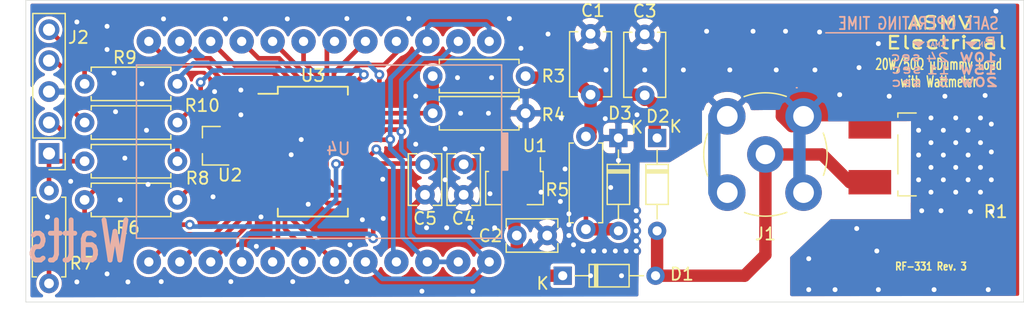
<source format=kicad_pcb>
(kicad_pcb (version 20171130) (host pcbnew "(5.1.6-0-10_14)")
  (layers (0 F.Cu signal) (31 B.Cu signal) (34 B.Paste user) (35 F.Paste user) (36 B.SilkS user) (37 F.SilkS user) (38 B.Mask user) (39 F.Mask user) (44 Edge.Cuts user))
  (net 0 "")
  (net 1 GND)
  (net 2 "Net-(C1-Pad1)")
  (net 3 VDD)
  (net 4 "Net-(D1-Pad2)")
  (net 5 /ICSPCLK)
  (net 6 /ICSPDAT)
  (net 7 /~MCLR)
  (net 8 /Vref+)
  (net 9 "Net-(R9-Pad2)")
  (net 10 /LCD_COM)
  (net 11 /LCD_DP2)
  (net 12 /LCD1_ADEG)
  (net 13 /LCD1_B)
  (net 14 /LCD1_C)
  (net 15 /LCD2_G)
  (net 16 /LCD2_F)
  (net 17 /LCD2_A)
  (net 18 /LCD2_C)
  (net 19 /LCD2_D)
  (net 20 /LCD2_E)
  (net 21 /LCD2_B)
  (net 22 /LCD3_E)
  (net 23 /LCD3_D)
  (net 24 /LCD3_C)
  (net 25 /LCD3_G)
  (net 26 /LCD3_F)
  (net 27 /LCD3_A)
  (net 28 /LCD3_B)
  (net 29 "Net-(C2-Pad1)")
  (net 30 /Vdiode)
  (net 31 "Net-(R8-Pad1)")
  (net 32 "Net-(R10-Pad2)")
  (net 33 /Vdivider)
  (module Resistor_THT:R_Axial_DIN0207_L6.3mm_D2.5mm_P7.62mm_Horizontal (layer F.Cu) (at 120.396 95.123)
    (fp_text reference R10 (at 9.652 -1.397) (layer F.SilkS))
    (fp_text value 75)
    (pad 2 thru_hole oval (at 7.62 0) (size 1.6 1.6) (drill 0.8) (layers *.Cu *.Mask) (net 32 "Net-(R10-Pad2)"))
    (pad 1 thru_hole circle (at 0 0) (size 1.6 1.6) (drill 0.8) (layers *.Cu *.Mask) (net 6 /ICSPDAT))
  )
  (module Resistor_THT:R_Axial_DIN0207_L6.3mm_D2.5mm_P7.62mm_Horizontal (layer F.Cu) (at 120.396 91.948)
    (fp_text reference R9 (at 3.302 -2.159) (layer F.SilkS))
    (fp_text value 75)
    (pad 2 thru_hole oval (at 7.62 0) (size 1.6 1.6) (drill 0.8) (layers *.Cu *.Mask) (net 9 "Net-(R9-Pad2)"))
    (pad 1 thru_hole circle (at 0 0) (size 1.6 1.6) (drill 0.8) (layers *.Cu *.Mask) (net 5 /ICSPCLK))
  )
  (module Resistor_THT:R_Axial_DIN0207_L6.3mm_D2.5mm_P7.62mm_Horizontal (layer F.Cu) (at 128.016 98.298 180)
    (fp_text reference R8 (at -1.651 -1.397) (layer F.SilkS))
    (fp_text value 75)
    (pad 2 thru_hole oval (at 7.62 0 180) (size 1.6 1.6) (drill 0.8) (layers *.Cu *.Mask) (net 7 /~MCLR))
    (pad 1 thru_hole circle (at 0 0 180) (size 1.6 1.6) (drill 0.8) (layers *.Cu *.Mask) (net 31 "Net-(R8-Pad1)"))
  )
  (module Resistor_THT:R_Axial_DIN0207_L6.3mm_D2.5mm_P7.62mm_Horizontal (layer F.Cu) (at 117.475 108.331 90)
    (fp_text reference R7 (at 1.651 2.667 180) (layer F.SilkS))
    (fp_text value 100k)
    (pad 2 thru_hole oval (at 7.62 0 90) (size 1.6 1.6) (drill 0.8) (layers *.Cu *.Mask) (net 7 /~MCLR))
    (pad 1 thru_hole circle (at 0 0 90) (size 1.6 1.6) (drill 0.8) (layers *.Cu *.Mask) (net 3 VDD))
  )
  (module Resistor_THT:R_Axial_DIN0207_L6.3mm_D2.5mm_P7.62mm_Horizontal (layer F.Cu) (at 128.016 101.473 180)
    (fp_text reference R6 (at 4.064 -2.286) (layer F.SilkS))
    (fp_text value 2.4k)
    (pad 2 thru_hole oval (at 7.62 0 180) (size 1.6 1.6) (drill 0.8) (layers *.Cu *.Mask) (net 3 VDD))
    (pad 1 thru_hole circle (at 0 0 180) (size 1.6 1.6) (drill 0.8) (layers *.Cu *.Mask) (net 8 /Vref+))
  )
  (module Capacitor_THT:C_Rect_L4.0mm_W2.5mm_P2.50mm (layer F.Cu) (at 151.511 98.552 270)
    (fp_text reference C4 (at 4.445 0 180) (layer F.SilkS))
    (fp_text value 1u)
    (pad 2 thru_hole circle (at 2.5 0 270) (size 1.6 1.6) (drill 0.8) (layers *.Cu *.Mask) (net 1 GND))
    (pad 1 thru_hole circle (at 0 0 270) (size 1.6 1.6) (drill 0.8) (layers *.Cu *.Mask) (net 3 VDD))
  )
  (module Capacitor_THT:C_Rect_L4.0mm_W2.5mm_P2.50mm (layer F.Cu) (at 148.336 98.552 270)
    (fp_text reference C5 (at 4.445 0 180) (layer F.SilkS))
    (fp_text value 10n)
    (pad 2 thru_hole circle (at 2.5 0 270) (size 1.6 1.6) (drill 0.8) (layers *.Cu *.Mask) (net 1 GND))
    (pad 1 thru_hole circle (at 0 0 270) (size 1.6 1.6) (drill 0.8) (layers *.Cu *.Mask) (net 3 VDD))
  )
  (module Resistor_THT:R_Axial_DIN0207_L6.3mm_D2.5mm_P7.62mm_Horizontal (layer F.Cu) (at 161.544 96.266 270)
    (fp_text reference R5 (at 4.3815 2.3495 180) (layer F.SilkS))
    (fp_text value 100k)
    (pad 2 thru_hole oval (at 7.62 0 270) (size 1.6 1.6) (drill 0.8) (layers *.Cu *.Mask) (net 30 /Vdiode))
    (pad 1 thru_hole circle (at 0 0 270) (size 1.6 1.6) (drill 0.8) (layers *.Cu *.Mask) (net 2 "Net-(C1-Pad1)"))
  )
  (module Resistor_THT:R_Axial_DIN0207_L6.3mm_D2.5mm_P7.62mm_Horizontal (layer F.Cu) (at 148.971 94.361)
    (fp_text reference R4 (at 9.906 0.127) (layer F.SilkS))
    (fp_text value "10k 0.1%")
    (pad 2 thru_hole oval (at 7.62 0) (size 1.6 1.6) (drill 0.8) (layers *.Cu *.Mask) (net 1 GND))
    (pad 1 thru_hole circle (at 0 0) (size 1.6 1.6) (drill 0.8) (layers *.Cu *.Mask) (net 33 /Vdivider))
  )
  (module Resistor_THT:R_Axial_DIN0207_L6.3mm_D2.5mm_P7.62mm_Horizontal (layer F.Cu) (at 148.971 91.313)
    (fp_text reference R3 (at 9.906 0) (layer F.SilkS))
    (fp_text value "100k 0.1%")
    (pad 2 thru_hole oval (at 7.62 0) (size 1.6 1.6) (drill 0.8) (layers *.Cu *.Mask) (net 2 "Net-(C1-Pad1)"))
    (pad 1 thru_hole circle (at 0 0) (size 1.6 1.6) (drill 0.8) (layers *.Cu *.Mask) (net 33 /Vdivider))
  )
  (module Diode_THT:D_DO-34_SOD68_P7.62mm_Horizontal (layer F.Cu) (at 159.639 107.696)
    (fp_text reference D1 (at 9.779 -0.127) (layer F.SilkS))
    (fp_text value BAT46)
    (fp_text user K (at -1.651 0.635) (layer F.SilkS))
    (pad 2 thru_hole oval (at 7.62 0) (size 1.5 1.5) (drill 0.75) (layers *.Cu *.Mask) (net 4 "Net-(D1-Pad2)"))
    (pad 1 thru_hole rect (at 0 0) (size 1.5 1.5) (drill 0.75) (layers *.Cu *.Mask) (net 29 "Net-(C2-Pad1)"))
  )
  (module Package_TO_SOT_SMD:TO-252-2_TabPin1 (layer F.Cu) (at 189.4235 97.7405)
    (fp_text reference R1 (at 5.746 4.699) (layer F.SilkS))
    (fp_text value "50 1% 45W")
    (pad 1 smd rect (at 2.825 0) (size 7 7) (layers F.Cu F.Mask) (net 1 GND))
    (pad 2 smd rect (at -4.575 2.28) (size 3.5 2) (layers F.Cu F.Paste F.Mask) (net 4 "Net-(D1-Pad2)"))
    (pad 1 smd rect (at -4.575 -2.3) (size 3.5 2) (layers F.Cu F.Paste F.Mask) (net 1 GND))
  )
  (module Capacitor_THT:C_Rect_L4.0mm_W2.5mm_P2.50mm (layer F.Cu) (at 155.869 104.394)
    (fp_text reference C2 (at -2.159 0.0245) (layer F.SilkS))
    (fp_text value "1u 100V")
    (pad 2 thru_hole circle (at 2.5 0) (size 1.6 1.6) (drill 0.8) (layers *.Cu *.Mask) (net 1 GND))
    (pad 1 thru_hole circle (at 0 0) (size 1.6 1.6) (drill 0.8) (layers *.Cu *.Mask) (net 29 "Net-(C2-Pad1)"))
  )
  (module Diode_THT:D_DO-34_SOD68_P7.62mm_Horizontal (layer F.Cu) (at 164.211 96.393 270)
    (fp_text reference D3 (at -2.032 -0.127 180) (layer F.SilkS))
    (fp_text value BAT46)
    (fp_text user K (at -0.889 -1.524 180) (layer F.SilkS))
    (pad 2 thru_hole oval (at 7.62 0 270) (size 1.5 1.5) (drill 0.75) (layers *.Cu *.Mask) (net 30 /Vdiode))
    (pad 1 thru_hole rect (at 0 0 270) (size 1.5 1.5) (drill 0.75) (layers *.Cu *.Mask) (net 1 GND))
  )
  (module WH_Display_Character:LCD-S301C31TF (layer B.Cu) (at 153.607762 97.5115 180)
    (fp_text reference U4 (at 12.383762 0.2295) (layer B.SilkS) (effects (justify mirror)))
    (fp_text value LCD-S301C31TF)
    (pad 13 thru_hole circle (at 27.94 9.05 180) (size 2 2) (drill 0.762) (layers *.Cu *.Mask) (net 28 /LCD3_B))
    (pad 14 thru_hole circle (at 25.4 9.05 180) (size 2 2) (drill 0.762) (layers *.Cu *.Mask) (net 27 /LCD3_A))
    (pad 15 thru_hole circle (at 22.86 9.05 180) (size 2 2) (drill 0.762) (layers *.Cu *.Mask) (net 26 /LCD3_F))
    (pad 16 thru_hole circle (at 20.32 9.05 180) (size 2 2) (drill 0.762) (layers *.Cu *.Mask) (net 25 /LCD3_G))
    (pad 17 thru_hole circle (at 17.78 9.05 180) (size 2 2) (drill 0.762) (layers *.Cu *.Mask) (net 21 /LCD2_B))
    (pad 18 thru_hole circle (at 15.24 9.05 180) (size 2 2) (drill 0.762) (layers *.Cu *.Mask) (net 17 /LCD2_A))
    (pad 19 thru_hole circle (at 12.7 9.05 180) (size 2 2) (drill 0.762) (layers *.Cu *.Mask) (net 16 /LCD2_F))
    (pad 20 thru_hole circle (at 10.16 9.05 180) (size 2 2) (drill 0.762) (layers *.Cu *.Mask) (net 15 /LCD2_G))
    (pad 21 thru_hole circle (at 7.62 9.05 180) (size 2 2) (drill 0.762) (layers *.Cu *.Mask) (net 13 /LCD1_B))
    (pad 22 thru_hole circle (at 5.08 9.05 180) (size 2 2) (drill 0.762) (layers *.Cu *.Mask) (net 12 /LCD1_ADEG))
    (pad 23 thru_hole circle (at 2.54 9.05 180) (size 2 2) (drill 0.762) (layers *.Cu *.Mask) (net 10 /LCD_COM))
    (pad 24 thru_hole circle (at 0 9.05 180) (size 2 2) (drill 0.762) (layers *.Cu *.Mask) (net 12 /LCD1_ADEG))
    (pad 1 thru_hole circle (at 0 -9.05 180) (size 2 2) (drill 0.762) (layers *.Cu *.Mask) (net 10 /LCD_COM))
    (pad 2 thru_hole circle (at 2.54 -9.05 180) (size 2 2) (drill 0.762) (layers *.Cu *.Mask) (net 12 /LCD1_ADEG))
    (pad 3 thru_hole circle (at 5.08 -9.05 180) (size 2 2) (drill 0.762) (layers *.Cu *.Mask) (net 12 /LCD1_ADEG))
    (pad 4 thru_hole circle (at 7.62 -9.05 180) (size 2 2) (drill 0.762) (layers *.Cu *.Mask) (net 14 /LCD1_C))
    (pad 5 thru_hole circle (at 10.16 -9.05 180) (size 2 2) (drill 0.762) (layers *.Cu *.Mask) (net 10 /LCD_COM))
    (pad 6 thru_hole circle (at 12.7 -9.05 180) (size 2 2) (drill 0.762) (layers *.Cu *.Mask) (net 20 /LCD2_E))
    (pad 7 thru_hole circle (at 15.24 -9.05 180) (size 2 2) (drill 0.762) (layers *.Cu *.Mask) (net 19 /LCD2_D))
    (pad 8 thru_hole circle (at 17.78 -9.05 180) (size 2 2) (drill 0.762) (layers *.Cu *.Mask) (net 18 /LCD2_C))
    (pad 9 thru_hole circle (at 20.32 -9.05 180) (size 2 2) (drill 0.762) (layers *.Cu *.Mask) (net 11 /LCD_DP2))
    (pad 10 thru_hole circle (at 22.86 -9.05 180) (size 2 2) (drill 0.762) (layers *.Cu *.Mask) (net 22 /LCD3_E))
    (pad 11 thru_hole circle (at 25.4 -9.05 180) (size 2 2) (drill 0.762) (layers *.Cu *.Mask) (net 23 /LCD3_D))
    (pad 12 thru_hole circle (at 27.94 -9.05 180) (size 2 2) (drill 0.762) (layers *.Cu *.Mask) (net 24 /LCD3_C))
  )
  (module WH_Connector_Coaxial:BNC_TEConnectivity_1478204_Vertical (layer F.Cu) (at 176.276 97.745 180)
    (fp_text reference J1 (at 0 -6.522) (layer F.SilkS))
    (fp_text value "50-Ohm BNC Male")
    (pad 2 thru_hole circle (at -3.13 -3.13 180) (size 3 3) (drill 1.7) (layers *.Cu *.Mask) (net 1 GND))
    (pad 1 thru_hole circle (at 0 0 180) (size 3 3) (drill 1.6) (layers *.Cu *.Mask) (net 4 "Net-(D1-Pad2)"))
    (pad 2 thru_hole circle (at 3.13 -3.13 180) (size 3 3) (drill 1.7) (layers *.Cu *.Mask) (net 1 GND))
    (pad 2 thru_hole circle (at -3.13 3.13 180) (size 3 3) (drill 1.7) (layers *.Cu *.Mask) (net 1 GND))
    (pad 2 thru_hole circle (at 3.13 3.13 180) (size 3 3) (drill 1.7) (layers *.Cu *.Mask) (net 1 GND))
  )
  (module Package_SO:SSOP-28_5.3x10.2mm_P0.65mm (layer F.Cu) (at 139.129762 97.5115)
    (fp_text reference U3 (at 0 -6.25) (layer F.SilkS))
    (fp_text value PIC18F24Q10-xSP)
    (pad 28 smd rect (at 3.6 -4.225) (size 1.75 0.45) (layers F.Cu F.Paste F.Mask) (net 32 "Net-(R10-Pad2)"))
    (pad 27 smd rect (at 3.6 -3.575) (size 1.75 0.45) (layers F.Cu F.Paste F.Mask) (net 9 "Net-(R9-Pad2)"))
    (pad 26 smd rect (at 3.6 -2.925) (size 1.75 0.45) (layers F.Cu F.Paste F.Mask) (net 33 /Vdivider))
    (pad 25 smd rect (at 3.6 -2.275) (size 1.75 0.45) (layers F.Cu F.Paste F.Mask) (net 30 /Vdiode))
    (pad 24 smd rect (at 3.6 -1.625) (size 1.75 0.45) (layers F.Cu F.Paste F.Mask) (net 10 /LCD_COM))
    (pad 23 smd rect (at 3.6 -0.975) (size 1.75 0.45) (layers F.Cu F.Paste F.Mask) (net 12 /LCD1_ADEG))
    (pad 22 smd rect (at 3.6 -0.325) (size 1.75 0.45) (layers F.Cu F.Paste F.Mask) (net 13 /LCD1_B))
    (pad 21 smd rect (at 3.6 0.325) (size 1.75 0.45) (layers F.Cu F.Paste F.Mask) (net 14 /LCD1_C))
    (pad 20 smd rect (at 3.6 0.975) (size 1.75 0.45) (layers F.Cu F.Paste F.Mask) (net 3 VDD))
    (pad 19 smd rect (at 3.6 1.625) (size 1.75 0.45) (layers F.Cu F.Paste F.Mask) (net 1 GND))
    (pad 18 smd rect (at 3.6 2.275) (size 1.75 0.45) (layers F.Cu F.Paste F.Mask) (net 11 /LCD_DP2))
    (pad 17 smd rect (at 3.6 2.925) (size 1.75 0.45) (layers F.Cu F.Paste F.Mask) (net 15 /LCD2_G))
    (pad 16 smd rect (at 3.6 3.575) (size 1.75 0.45) (layers F.Cu F.Paste F.Mask) (net 16 /LCD2_F))
    (pad 15 smd rect (at 3.6 4.225) (size 1.75 0.45) (layers F.Cu F.Paste F.Mask) (net 17 /LCD2_A))
    (pad 14 smd rect (at -3.6 4.225) (size 1.75 0.45) (layers F.Cu F.Paste F.Mask) (net 18 /LCD2_C))
    (pad 13 smd rect (at -3.6 3.575) (size 1.75 0.45) (layers F.Cu F.Paste F.Mask) (net 19 /LCD2_D))
    (pad 12 smd rect (at -3.6 2.925) (size 1.75 0.45) (layers F.Cu F.Paste F.Mask) (net 20 /LCD2_E))
    (pad 11 smd rect (at -3.6 2.275) (size 1.75 0.45) (layers F.Cu F.Paste F.Mask) (net 21 /LCD2_B))
    (pad 10 smd rect (at -3.6 1.625) (size 1.75 0.45) (layers F.Cu F.Paste F.Mask) (net 22 /LCD3_E))
    (pad 9 smd rect (at -3.6 0.975) (size 1.75 0.45) (layers F.Cu F.Paste F.Mask) (net 23 /LCD3_D))
    (pad 8 smd rect (at -3.6 0.325) (size 1.75 0.45) (layers F.Cu F.Paste F.Mask) (net 1 GND))
    (pad 7 smd rect (at -3.6 -0.325) (size 1.75 0.45) (layers F.Cu F.Paste F.Mask) (net 24 /LCD3_C))
    (pad 6 smd rect (at -3.6 -0.975) (size 1.75 0.45) (layers F.Cu F.Paste F.Mask) (net 25 /LCD3_G))
    (pad 5 smd rect (at -3.6 -1.625) (size 1.75 0.45) (layers F.Cu F.Paste F.Mask) (net 8 /Vref+))
    (pad 4 smd rect (at -3.6 -2.275) (size 1.75 0.45) (layers F.Cu F.Paste F.Mask) (net 26 /LCD3_F))
    (pad 3 smd rect (at -3.6 -2.925) (size 1.75 0.45) (layers F.Cu F.Paste F.Mask) (net 27 /LCD3_A))
    (pad 2 smd rect (at -3.6 -3.575) (size 1.75 0.45) (layers F.Cu F.Paste F.Mask) (net 28 /LCD3_B))
    (pad 1 smd rect (at -3.6 -4.225) (size 1.75 0.45) (layers F.Cu F.Paste F.Mask) (net 31 "Net-(R8-Pad1)"))
  )
  (module Package_TO_SOT_SMD:SOT-23 (layer F.Cu) (at 130.826 97.028 180)
    (fp_text reference U2 (at -1.508 -2.413) (layer F.SilkS))
    (fp_text value LM4040AIM3-4.1)
    (pad 3 smd rect (at 1 0 180) (size 0.9 0.8) (layers F.Cu F.Paste F.Mask))
    (pad 2 smd rect (at -1 0.95 180) (size 0.9 0.8) (layers F.Cu F.Paste F.Mask) (net 1 GND))
    (pad 1 smd rect (at -1 -0.95 180) (size 0.9 0.8) (layers F.Cu F.Paste F.Mask) (net 8 /Vref+))
  )
  (module Package_TO_SOT_SMD:SOT-89-3 (layer F.Cu) (at 155.678 100.202 270)
    (fp_text reference U1 (at -3.174 -1.675 180) (layer F.SilkS))
    (fp_text value ZXTR2005Z)
    (pad 2 smd custom (at -1.5625 0 270) (size 1.475 0.9) (layers F.Cu F.Paste F.Mask) (net 29 "Net-(C2-Pad1)") (options (clearance outline) (anchor rect)) (primitives (gr_poly (pts (xy 0.7375 -0.8665) (xy 3.8625 -0.8665) (xy 3.8625 0.8665) (xy 0.7375 0.8665)) (width 0))))
    (pad 3 smd rect (at -1.65 1.5 270) (size 1.3 0.9) (layers F.Cu F.Paste F.Mask) (net 3 VDD))
    (pad 1 smd rect (at -1.65 -1.5 270) (size 1.3 0.9) (layers F.Cu F.Paste F.Mask) (net 1 GND))
  )
  (module Connector_PinHeader_2.54mm:PinHeader_1x05_P2.54mm_Vertical (layer F.Cu) (at 117.475 97.663 180)
    (fp_text reference J2 (at -2.413 9.525) (layer F.SilkS))
    (fp_text value Conn_01x05_Male)
    (pad 5 thru_hole oval (at 0 10.16 180) (size 1.7 1.7) (drill 1) (layers *.Cu *.Mask) (net 5 /ICSPCLK))
    (pad 4 thru_hole oval (at 0 7.62 180) (size 1.7 1.7) (drill 1) (layers *.Cu *.Mask) (net 6 /ICSPDAT))
    (pad 3 thru_hole oval (at 0 5.08 180) (size 1.7 1.7) (drill 1) (layers *.Cu *.Mask) (net 1 GND))
    (pad 2 thru_hole oval (at 0 2.54 180) (size 1.7 1.7) (drill 1) (layers *.Cu *.Mask) (net 3 VDD))
    (pad 1 thru_hole rect (at 0 0 180) (size 1.7 1.7) (drill 1) (layers *.Cu *.Mask) (net 7 /~MCLR))
  )
  (module Diode_THT:D_DO-34_SOD68_P7.62mm_Horizontal (layer F.Cu) (at 167.386 96.393 270)
    (fp_text reference D2 (at -1.778 -0.0635 180) (layer F.SilkS))
    (fp_text value BAT46)
    (fp_text user K (at -0.9525 -1.524 180) (layer F.SilkS))
    (pad 2 thru_hole oval (at 7.62 0 270) (size 1.5 1.5) (drill 0.75) (layers *.Cu *.Mask) (net 4 "Net-(D1-Pad2)"))
    (pad 1 thru_hole rect (at 0 0 270) (size 1.5 1.5) (drill 0.75) (layers *.Cu *.Mask) (net 2 "Net-(C1-Pad1)"))
  )
  (module Capacitor_THT:C_Disc_D5.1mm_W3.2mm_P5.00mm (layer F.Cu) (at 166.37 92.884 90)
    (fp_text reference C3 (at 6.905 0 180) (layer F.SilkS))
    (fp_text value 5.6n)
    (pad 2 thru_hole circle (at 5 0 90) (size 1.6 1.6) (drill 0.8) (layers *.Cu *.Mask) (net 1 GND))
    (pad 1 thru_hole circle (at 0 0 90) (size 1.6 1.6) (drill 0.8) (layers *.Cu *.Mask) (net 2 "Net-(C1-Pad1)"))
  )
  (module Capacitor_THT:C_Disc_D5.1mm_W3.2mm_P5.00mm (layer F.Cu) (at 161.925 92.837 90)
    (fp_text reference C1 (at 6.905 0.189238 180) (layer F.SilkS))
    (fp_text value 5.6n)
    (pad 2 thru_hole circle (at 5 0 90) (size 1.6 1.6) (drill 0.8) (layers *.Cu *.Mask) (net 1 GND))
    (pad 1 thru_hole circle (at 0 0 90) (size 1.6 1.6) (drill 0.8) (layers *.Cu *.Mask) (net 2 "Net-(C1-Pad1)"))
  )
  (gr_line (start 178.816 92.2655) (end 178.8795 92.2655) (layer B.SilkS) (width 0.12))
  (gr_poly (pts (xy 189.2935 88.519) (xy 188.849 88.9) (xy 188.4045 88.519)) (layer B.SilkS) (width 0.1))
  (gr_text t (at 191.3255 88.519) (layer B.SilkS) (effects (font (size 0.7 1)) (justify left mirror)))
  (gr_text MAX (at 190.0555 88.7095) (layer B.SilkS) (effects (font (size 0.4 0.4) (thickness 0.075)) (justify mirror)))
  (gr_text sec (at 186.4995 91.821) (layer B.SilkS) (effects (font (size 0.7 1) (thickness 0.13)) (justify right mirror)))
  (gr_text sec (at 186.4995 90.7415) (layer B.SilkS) (effects (font (size 0.7 1) (thickness 0.13)) (justify right mirror)))
  (gr_text sec (at 186.436 89.7255) (layer B.SilkS) (effects (font (size 0.7 1) (thickness 0.13)) (justify right mirror)))
  (gr_poly (pts (xy 193.6115 88.519) (xy 193.167 88.9) (xy 192.7225 88.519)) (layer B.SilkS) (width 0.1))
  (gr_text 5 (at 190.3095 91.821) (layer B.SilkS) (effects (font (size 0.7 1) (thickness 0.13)) (justify right mirror)))
  (gr_text 11 (at 189.4205 90.805) (layer B.SilkS) (effects (font (size 0.7 1) (thickness 0.13)) (justify right mirror)))
  (gr_text 24 (at 189.357 89.789) (layer B.SilkS) (effects (font (size 0.7 1) (thickness 0.13)) (justify right mirror)))
  (gr_text 20W (at 193.802 91.821) (layer B.SilkS) (effects (font (size 0.7 1) (thickness 0.175)) (justify mirror)))
  (gr_text P (at 195.326 88.519) (layer B.SilkS) (effects (font (size 0.7 1)) (justify left mirror)))
  (gr_text IN (at 194.056 88.7095) (layer B.SilkS) (effects (font (size 0.4 0.4) (thickness 0.075)) (justify mirror)))
  (gr_text 15W (at 193.7385 90.805) (layer B.SilkS) (effects (font (size 0.7 1) (thickness 0.175)) (justify mirror)))
  (gr_text 10W (at 193.7385 89.789) (layer B.SilkS) (effects (font (size 0.7 1) (thickness 0.175)) (justify mirror)))
  (gr_line (start 195.58 87.757) (end 181.229 87.757) (layer B.SilkS) (width 0.12))
  (gr_text "SAFE OPERATING TIME" (at 195.5165 86.995) (layer B.SilkS) (effects (font (size 1 0.8)) (justify left mirror)))
  (gr_text Watts (at 119.888 104.902) (layer B.SilkS) (effects (font (size 3.3 2.1) (thickness 0.4)) (justify mirror)))
  (gr_line (start 197.485 109.855) (end 115.57 109.855) (layer Edge.Cuts) (width 0.05))
  (gr_line (start 197.485 109.22) (end 197.485 109.855) (layer Edge.Cuts) (width 0.05))
  (gr_line (start 197.485 85.09) (end 197.485 109.22) (layer Edge.Cuts) (width 0.05))
  (gr_line (start 115.57 85.09) (end 197.485 85.09) (layer Edge.Cuts) (width 0.05))
  (gr_line (start 115.57 109.855) (end 115.57 85.09) (layer Edge.Cuts) (width 0.05))
  (gr_text "RF-331 Rev. 3" (at 189.865 106.934) (layer F.SilkS) (effects (font (size 0.635 0.508) (thickness 0.127))))
  (gr_text "ASMV \nElectrical" (at 191.135 87.757) (layer F.SilkS) (effects (font (size 1.016 1.397) (thickness 0.1905))))
  (gr_text "20W/50Ω µDummy Load\nwith Wattmeter" (at 190.5 91.059) (layer F.SilkS) (effects (font (size 0.889 0.5588) (thickness 0.127))))
  (via (at 144.866111 99.777409) (size 0.8) (drill 0.4) (layers F.Cu B.Cu) (net 1))
  (segment (start 144.225202 99.1365) (end 144.866111 99.777409) (width 0.381) (layer F.Cu) (net 1))
  (segment (start 142.729762 99.1365) (end 144.225202 99.1365) (width 0.381) (layer F.Cu) (net 1))
  (segment (start 144.866111 100.199849) (end 146.114762 101.4485) (width 0.381) (layer F.Cu) (net 1))
  (segment (start 144.866111 99.777409) (end 144.866111 100.199849) (width 0.381) (layer F.Cu) (net 1))
  (via (at 137.351762 97.7655) (size 0.8) (drill 0.4) (layers F.Cu B.Cu) (net 1))
  (segment (start 137.280762 97.8365) (end 137.351762 97.7655) (width 0.381) (layer F.Cu) (net 1))
  (segment (start 135.529762 97.8365) (end 137.280762 97.8365) (width 0.381) (layer F.Cu) (net 1))
  (via (at 158.433762 87.8595) (size 0.8) (drill 0.4) (layers F.Cu B.Cu) (net 1))
  (via (at 122.238762 107.5445) (size 0.8) (drill 0.4) (layers F.Cu B.Cu) (net 1))
  (via (at 122.238762 87.2245) (size 0.8) (drill 0.4) (layers F.Cu B.Cu) (net 1))
  (via (at 122.238762 89.1295) (size 0.8) (drill 0.4) (layers F.Cu B.Cu) (net 1))
  (via (at 126.873 86.614) (size 0.8) (drill 0.4) (layers F.Cu B.Cu) (net 1))
  (via (at 131.953 86.614) (size 0.8) (drill 0.4) (layers F.Cu B.Cu) (net 1))
  (via (at 137.033 86.614) (size 0.8) (drill 0.4) (layers F.Cu B.Cu) (net 1))
  (via (at 141.923762 86.5895) (size 0.8) (drill 0.4) (layers F.Cu B.Cu) (net 1))
  (via (at 147.003762 86.5895) (size 0.8) (drill 0.4) (layers F.Cu B.Cu) (net 1))
  (via (at 155.258762 86.5895) (size 0.8) (drill 0.4) (layers F.Cu B.Cu) (net 1))
  (via (at 141.923762 108.1795) (size 0.8) (drill 0.4) (layers F.Cu B.Cu) (net 1))
  (via (at 137.478762 108.1795) (size 0.8) (drill 0.4) (layers F.Cu B.Cu) (net 1))
  (via (at 132.398762 108.1795) (size 0.8) (drill 0.4) (layers F.Cu B.Cu) (net 1))
  (via (at 126.683762 108.1795) (size 0.8) (drill 0.4) (layers F.Cu B.Cu) (net 1))
  (via (at 138.748762 101.8295) (size 0.8) (drill 0.4) (layers F.Cu B.Cu) (net 1))
  (via (at 143.193762 103.0995) (size 0.8) (drill 0.4) (layers F.Cu B.Cu) (net 1))
  (via (at 134.874 102.87) (size 0.8) (drill 0.4) (layers F.Cu B.Cu) (net 1))
  (via (at 123.952 108.204) (size 0.8) (drill 0.4) (layers F.Cu B.Cu) (net 1))
  (via (at 152.273 108.966) (size 0.8) (drill 0.4) (layers F.Cu B.Cu) (net 1))
  (via (at 138.176 96.52) (size 0.8) (drill 0.4) (layers F.Cu B.Cu) (net 1))
  (via (at 144.907 102.997) (size 0.8) (drill 0.4) (layers F.Cu B.Cu) (net 1))
  (via (at 134.493 105.283) (size 0.8) (drill 0.4) (layers F.Cu B.Cu) (net 1))
  (via (at 142.1765 105.156) (size 0.8) (drill 0.4) (layers F.Cu B.Cu) (net 1))
  (via (at 156.21 89.027) (size 0.8) (drill 0.4) (layers F.Cu B.Cu) (net 1))
  (via (at 148.082 108.966) (size 0.8) (drill 0.4) (layers F.Cu B.Cu) (net 1))
  (segment (start 158.7255 87.8595) (end 158.433762 87.8595) (width 2.032) (layer F.Cu) (net 1))
  (via (at 151.257 94.361) (size 0.8) (drill 0.4) (layers F.Cu B.Cu) (net 1))
  (via (at 153.543 94.361) (size 0.8) (drill 0.4) (layers F.Cu B.Cu) (net 1))
  (via (at 151.003 91.44) (size 0.8) (drill 0.4) (layers F.Cu B.Cu) (net 1))
  (via (at 153.797 91.44) (size 0.8) (drill 0.4) (layers F.Cu B.Cu) (net 1))
  (via (at 147.574 92.964) (size 0.8) (drill 0.4) (layers F.Cu B.Cu) (net 1))
  (via (at 148.463 103.759) (size 0.8) (drill 0.4) (layers F.Cu B.Cu) (net 1))
  (via (at 150.114 103.759) (size 0.8) (drill 0.4) (layers F.Cu B.Cu) (net 1))
  (via (at 152.019 103.759) (size 0.8) (drill 0.4) (layers F.Cu B.Cu) (net 1))
  (via (at 149.987 99.822) (size 0.8) (drill 0.4) (layers F.Cu B.Cu) (net 1))
  (via (at 147.574 96.901) (size 0.8) (drill 0.4) (layers F.Cu B.Cu) (net 1))
  (via (at 149.987 97.282) (size 0.8) (drill 0.4) (layers F.Cu B.Cu) (net 1))
  (via (at 153.035 97.282) (size 0.8) (drill 0.4) (layers F.Cu B.Cu) (net 1))
  (via (at 157.861 100.838) (size 0.8) (drill 0.4) (layers F.Cu B.Cu) (net 1))
  (via (at 154.051 103.759) (size 0.8) (drill 0.4) (layers F.Cu B.Cu) (net 1))
  (via (at 165.6715 104.8385) (size 0.8) (drill 0.4) (layers F.Cu B.Cu) (net 1))
  (via (at 164.211 98.2345) (size 0.8) (drill 0.4) (layers F.Cu B.Cu) (net 1))
  (via (at 163.195 90.805) (size 0.8) (drill 0.4) (layers F.Cu B.Cu) (net 1))
  (via (at 166.37 90.805) (size 0.8) (drill 0.4) (layers F.Cu B.Cu) (net 1))
  (via (at 185.42 105.664) (size 0.8) (drill 0.4) (layers F.Cu B.Cu) (net 1))
  (via (at 190.119 108.839) (size 0.8) (drill 0.4) (layers F.Cu B.Cu) (net 1))
  (via (at 171.45 87.63) (size 0.8) (drill 0.4) (layers F.Cu B.Cu) (net 1))
  (via (at 175.26 87.63) (size 0.8) (drill 0.4) (layers F.Cu B.Cu) (net 1))
  (via (at 177.927 87.63) (size 0.8) (drill 0.4) (layers F.Cu B.Cu) (net 1))
  (via (at 182.372 92.837) (size 0.8) (drill 0.4) (layers F.Cu B.Cu) (net 1))
  (via (at 190.6905 102.362) (size 0.8) (drill 0.4) (layers F.Cu B.Cu) (net 1))
  (via (at 180.34 90.805) (size 0.8) (drill 0.4) (layers F.Cu B.Cu) (net 1))
  (via (at 195.199 85.979) (size 0.8) (drill 0.4) (layers F.Cu B.Cu) (net 1))
  (via (at 194.564 108.839) (size 0.8) (drill 0.4) (layers F.Cu B.Cu) (net 1))
  (via (at 194.818 102.4255) (size 0.8) (drill 0.4) (layers F.Cu B.Cu) (net 1))
  (via (at 153.67 100.965) (size 0.8) (drill 0.4) (layers F.Cu B.Cu) (net 1))
  (via (at 180.721 87.6935) (size 0.8) (drill 0.4) (layers F.Cu B.Cu) (net 1))
  (via (at 163.1315 94.8055) (size 0.8) (drill 0.4) (layers F.Cu B.Cu) (net 1))
  (via (at 133.223 92.456) (size 0.8) (drill 0.4) (layers F.Cu B.Cu) (net 1))
  (via (at 131.064 92.583) (size 0.8) (drill 0.4) (layers F.Cu B.Cu) (net 1))
  (via (at 133.223 94.488) (size 0.8) (drill 0.4) (layers F.Cu B.Cu) (net 1))
  (via (at 117.348 102.87) (size 0.8) (drill 0.4) (layers F.Cu B.Cu) (net 1))
  (via (at 123.317 101.473) (size 0.8) (drill 0.4) (layers F.Cu B.Cu) (net 1))
  (via (at 125.603 100.203) (size 0.8) (drill 0.4) (layers F.Cu B.Cu) (net 1))
  (via (at 123.698 98.044) (size 0.8) (drill 0.4) (layers F.Cu B.Cu) (net 1))
  (via (at 125.476 95.758) (size 0.8) (drill 0.4) (layers F.Cu B.Cu) (net 1))
  (via (at 122.936 94.234) (size 0.8) (drill 0.4) (layers F.Cu B.Cu) (net 1))
  (via (at 125.095 91.948) (size 0.8) (drill 0.4) (layers F.Cu B.Cu) (net 1))
  (via (at 122.809 91.059) (size 0.8) (drill 0.4) (layers F.Cu B.Cu) (net 1))
  (via (at 130.937 101.219) (size 0.8) (drill 0.4) (layers F.Cu B.Cu) (net 1))
  (via (at 119.253 99.949) (size 0.8) (drill 0.4) (layers F.Cu B.Cu) (net 1))
  (via (at 119.761 108.204) (size 0.8) (drill 0.4) (layers F.Cu B.Cu) (net 1))
  (via (at 119.761 86.868) (size 0.8) (drill 0.4) (layers F.Cu B.Cu) (net 1))
  (via (at 194.31 92.9005) (size 0.8) (drill 0.4) (layers F.Cu B.Cu) (net 1))
  (via (at 193.929 98.806) (size 0.8) (drill 0.4) (layers F.Cu B.Cu) (net 1))
  (via (at 192.913 97.79) (size 0.8) (drill 0.4) (layers F.Cu B.Cu) (net 1))
  (via (at 193.929 96.774) (size 0.8) (drill 0.4) (layers F.Cu B.Cu) (net 1))
  (via (at 193.929 94.742) (size 0.8) (drill 0.4) (layers F.Cu B.Cu) (net 1))
  (via (at 192.913 95.758) (size 0.8) (drill 0.4) (layers F.Cu B.Cu) (net 1))
  (via (at 191.897 96.774) (size 0.8) (drill 0.4) (layers F.Cu B.Cu) (net 1))
  (via (at 190.881 97.79) (size 0.8) (drill 0.4) (layers F.Cu B.Cu) (net 1))
  (via (at 191.897 98.806) (size 0.8) (drill 0.4) (layers F.Cu B.Cu) (net 1))
  (via (at 192.913 99.822) (size 0.8) (drill 0.4) (layers F.Cu B.Cu) (net 1))
  (via (at 193.929 100.838) (size 0.8) (drill 0.4) (layers F.Cu B.Cu) (net 1))
  (via (at 191.897 100.838) (size 0.8) (drill 0.4) (layers F.Cu B.Cu) (net 1))
  (via (at 190.881 99.822) (size 0.8) (drill 0.4) (layers F.Cu B.Cu) (net 1))
  (via (at 189.865 100.838) (size 0.8) (drill 0.4) (layers F.Cu B.Cu) (net 1))
  (via (at 189.865 98.806) (size 0.8) (drill 0.4) (layers F.Cu B.Cu) (net 1))
  (via (at 188.849 99.822) (size 0.8) (drill 0.4) (layers F.Cu B.Cu) (net 1))
  (via (at 188.849 97.79) (size 0.8) (drill 0.4) (layers F.Cu B.Cu) (net 1))
  (via (at 188.849 95.758) (size 0.8) (drill 0.4) (layers F.Cu B.Cu) (net 1))
  (via (at 189.865 96.774) (size 0.8) (drill 0.4) (layers F.Cu B.Cu) (net 1))
  (via (at 190.881 95.758) (size 0.8) (drill 0.4) (layers F.Cu B.Cu) (net 1))
  (via (at 191.897 94.742) (size 0.8) (drill 0.4) (layers F.Cu B.Cu) (net 1))
  (via (at 189.865 94.742) (size 0.8) (drill 0.4) (layers F.Cu B.Cu) (net 1))
  (via (at 183.9595 90.6145) (size 0.8) (drill 0.4) (layers F.Cu B.Cu) (net 1))
  (via (at 185.547 88.646) (size 0.8) (drill 0.4) (layers F.Cu B.Cu) (net 1))
  (via (at 186.436 92.964) (size 0.8) (drill 0.4) (layers F.Cu B.Cu) (net 1))
  (via (at 191.008 92.964) (size 0.8) (drill 0.4) (layers F.Cu B.Cu) (net 1))
  (via (at 189.103 102.362) (size 0.8) (drill 0.4) (layers F.Cu B.Cu) (net 1))
  (via (at 194.818 95.25) (size 0.8) (drill 0.4) (layers F.Cu B.Cu) (net 1))
  (via (at 194.818 97.536) (size 0.8) (drill 0.4) (layers F.Cu B.Cu) (net 1))
  (via (at 194.818 99.822) (size 0.8) (drill 0.4) (layers F.Cu B.Cu) (net 1))
  (via (at 193.1035 102.4255) (size 0.8) (drill 0.4) (layers F.Cu B.Cu) (net 1))
  (via (at 159.512 94.742) (size 0.8) (drill 0.4) (layers F.Cu B.Cu) (net 1))
  (via (at 165.6715 103.1875) (size 0.8) (drill 0.4) (layers F.Cu B.Cu) (net 1))
  (via (at 165.6715 105.664) (size 0.8) (drill 0.4) (layers F.Cu B.Cu) (net 1))
  (via (at 165.6715 102.362) (size 0.8) (drill 0.4) (layers F.Cu B.Cu) (net 1))
  (via (at 165.6715 104.013) (size 0.8) (drill 0.4) (layers F.Cu B.Cu) (net 1))
  (via (at 173.355 90.805) (size 0.8) (drill 0.4) (layers F.Cu B.Cu) (net 1))
  (via (at 177.165 90.805) (size 0.8) (drill 0.4) (layers F.Cu B.Cu) (net 1))
  (via (at 169.545 90.805) (size 0.8) (drill 0.4) (layers F.Cu B.Cu) (net 1))
  (segment (start 178.435 95.422) (end 177.628 94.615) (width 1.016) (layer F.Cu) (net 1))
  (via (at 164.846 105.664) (size 0.8) (drill 0.4) (layers F.Cu B.Cu) (net 1))
  (via (at 165.735 94.488) (size 0.8) (drill 0.4) (layers F.Cu B.Cu) (net 1))
  (via (at 163.957 105.664) (size 0.8) (drill 0.4) (layers F.Cu B.Cu) (net 1))
  (via (at 163.068 105.664) (size 0.8) (drill 0.4) (layers F.Cu B.Cu) (net 1))
  (via (at 162.179 105.664) (size 0.8) (drill 0.4) (layers F.Cu B.Cu) (net 1))
  (via (at 161.29 105.664) (size 0.8) (drill 0.4) (layers F.Cu B.Cu) (net 1))
  (via (at 160.147 104.394) (size 0.8) (drill 0.4) (layers F.Cu B.Cu) (net 1))
  (via (at 160.528 105.156) (size 0.8) (drill 0.4) (layers F.Cu B.Cu) (net 1))
  (via (at 159.8295 98.933) (size 0.8) (drill 0.4) (layers F.Cu B.Cu) (net 1))
  (via (at 159.4485 101.6) (size 0.8) (drill 0.4) (layers F.Cu B.Cu) (net 1))
  (via (at 163.576 100.457) (size 0.8) (drill 0.4) (layers F.Cu B.Cu) (net 1))
  (segment (start 179.07 100.875) (end 179.07 94.615) (width 1.016) (layer B.Cu) (net 1))
  (segment (start 172.085 100.875) (end 172.085 94.615) (width 1.016) (layer B.Cu) (net 1))
  (segment (start 182.846 92.744) (end 182.88 92.71) (width 1.016) (layer F.Cu) (net 1))
  (segment (start 177.628 91.268) (end 177.165 90.805) (width 1.016) (layer F.Cu) (net 1))
  (segment (start 177.628 94.615) (end 177.628 91.268) (width 1.016) (layer F.Cu) (net 1))
  (via (at 179.832 108.839) (size 0.8) (drill 0.4) (layers F.Cu B.Cu) (net 1))
  (via (at 179.832 106.299) (size 0.8) (drill 0.4) (layers F.Cu B.Cu) (net 1))
  (via (at 181.991 108.839) (size 0.8) (drill 0.4) (layers F.Cu B.Cu) (net 1))
  (via (at 185.547 108.839) (size 0.8) (drill 0.4) (layers F.Cu B.Cu) (net 1))
  (via (at 183.769 103.8225) (size 0.8) (drill 0.4) (layers F.Cu B.Cu) (net 1))
  (via (at 160.147 103.505) (size 0.8) (drill 0.4) (layers F.Cu B.Cu) (net 1))
  (via (at 160.147 102.616) (size 0.8) (drill 0.4) (layers F.Cu B.Cu) (net 1))
  (via (at 164.465 107.696) (size 0.8) (drill 0.4) (layers F.Cu B.Cu) (net 1))
  (via (at 161.925 107.696) (size 0.8) (drill 0.4) (layers F.Cu B.Cu) (net 1))
  (segment (start 184.8485 91.5035) (end 183.9595 90.6145) (width 1.016) (layer F.Cu) (net 1))
  (segment (start 184.8485 95.4405) (end 184.8485 91.5035) (width 1.016) (layer F.Cu) (net 1))
  (segment (start 170.688 91.948) (end 169.545 90.805) (width 0.254) (layer F.Cu) (net 1))
  (segment (start 170.688 92.747) (end 170.688 91.948) (width 0.254) (layer F.Cu) (net 1))
  (segment (start 173.146 94.615) (end 171.323 92.792) (width 0.254) (layer F.Cu) (net 1))
  (segment (start 171.323 92.583) (end 169.545 90.805) (width 0.254) (layer F.Cu) (net 1))
  (segment (start 171.323 92.792) (end 171.323 92.583) (width 0.254) (layer F.Cu) (net 1))
  (segment (start 166.323 93.218) (end 166.37 93.265) (width 1.016) (layer F.Cu) (net 2))
  (segment (start 167.132 93.646) (end 166.37 92.884) (width 1.016) (layer F.Cu) (net 2))
  (segment (start 167.1955 96.3295) (end 167.1955 93.5825) (width 1.016) (layer F.Cu) (net 2))
  (segment (start 166.323 92.837) (end 166.37 92.884) (width 1.016) (layer F.Cu) (net 2))
  (segment (start 161.925 92.837) (end 166.323 92.837) (width 1.016) (layer F.Cu) (net 2))
  (segment (start 161.925 96.266) (end 161.798 96.393) (width 1.016) (layer F.Cu) (net 2))
  (segment (start 160.528 91.44) (end 161.925 92.837) (width 1.016) (layer F.Cu) (net 2))
  (segment (start 156.591 91.44) (end 160.528 91.44) (width 1.016) (layer F.Cu) (net 2))
  (segment (start 161.925 95.885) (end 161.544 96.266) (width 1.016) (layer F.Cu) (net 2))
  (segment (start 161.925 92.837) (end 161.925 95.885) (width 1.016) (layer F.Cu) (net 2))
  (via (at 141.034762 98.5275) (size 0.8) (drill 0.4) (layers F.Cu B.Cu) (net 3))
  (segment (start 141.075762 98.4865) (end 141.034762 98.5275) (width 0.381) (layer F.Cu) (net 3))
  (segment (start 142.729762 98.4865) (end 141.075762 98.4865) (width 0.381) (layer F.Cu) (net 3))
  (segment (start 141.034762 98.5275) (end 141.034762 101.471738) (width 0.381) (layer B.Cu) (net 3))
  (segment (start 141.034762 101.471738) (end 138.845999 103.660501) (width 0.381) (layer B.Cu) (net 3))
  (segment (start 131.712794 103.645794) (end 131.727501 103.660501) (width 0.381) (layer B.Cu) (net 3))
  (segment (start 138.845999 103.660501) (end 131.727501 103.660501) (width 0.381) (layer B.Cu) (net 3))
  (segment (start 131.727501 103.660501) (end 130.522263 103.660501) (width 0.381) (layer B.Cu) (net 3))
  (segment (start 154.178 98.552) (end 151.511 98.552) (width 1.016) (layer F.Cu) (net 3))
  (segment (start 151.511 98.552) (end 148.336 98.552) (width 1.016) (layer F.Cu) (net 3))
  (segment (start 148.2705 98.4865) (end 148.336 98.552) (width 0.381) (layer F.Cu) (net 3))
  (segment (start 142.729762 98.4865) (end 148.2705 98.4865) (width 0.381) (layer F.Cu) (net 3))
  (via (at 129.032 103.505) (size 0.8) (drill 0.4) (layers F.Cu B.Cu) (net 3))
  (segment (start 129.187501 103.660501) (end 129.032 103.505) (width 0.381) (layer B.Cu) (net 3))
  (segment (start 130.522263 103.660501) (end 129.187501 103.660501) (width 0.381) (layer B.Cu) (net 3))
  (segment (start 129.032 103.505) (end 120.65 103.505) (width 0.381) (layer F.Cu) (net 3))
  (segment (start 120.396 103.251) (end 120.396 101.473) (width 0.381) (layer F.Cu) (net 3))
  (segment (start 120.65 103.505) (end 120.396 103.251) (width 0.381) (layer F.Cu) (net 3))
  (segment (start 120.396 101.473) (end 122.174 99.695) (width 0.381) (layer F.Cu) (net 3))
  (segment (start 122.174 99.695) (end 122.174 97.663) (width 0.381) (layer F.Cu) (net 3))
  (segment (start 122.174 97.663) (end 121.158 96.647) (width 0.381) (layer F.Cu) (net 3))
  (segment (start 121.158 96.647) (end 119.38 96.647) (width 0.381) (layer F.Cu) (net 3))
  (segment (start 117.856 95.123) (end 117.475 95.123) (width 0.381) (layer F.Cu) (net 3))
  (segment (start 119.38 96.647) (end 117.856 95.123) (width 0.381) (layer F.Cu) (net 3))
  (segment (start 117.475 106.172) (end 120.396 103.251) (width 0.381) (layer F.Cu) (net 3))
  (segment (start 117.475 108.331) (end 117.475 106.172) (width 0.381) (layer F.Cu) (net 3))
  (segment (start 167.386 107.569) (end 167.259 107.696) (width 1.016) (layer F.Cu) (net 4))
  (segment (start 167.386 104.013) (end 167.386 107.569) (width 1.016) (layer F.Cu) (net 4))
  (segment (start 167.259 107.696) (end 174.5615 107.696) (width 1.016) (layer F.Cu) (net 4))
  (segment (start 184.799 100.07) (end 184.8485 100.0205) (width 1.016) (layer F.Cu) (net 4))
  (segment (start 180.93 97.745) (end 183.2055 100.0205) (width 1.016) (layer F.Cu) (net 4))
  (segment (start 183.2055 100.0205) (end 184.8485 100.0205) (width 1.016) (layer F.Cu) (net 4))
  (segment (start 176.276 97.745) (end 180.93 97.745) (width 1.016) (layer F.Cu) (net 4))
  (segment (start 176.276 105.9815) (end 176.276 97.745) (width 1.016) (layer F.Cu) (net 4))
  (segment (start 174.5615 107.696) (end 176.276 105.9815) (width 1.016) (layer F.Cu) (net 4))
  (segment (start 120.396 90.424) (end 117.475 87.503) (width 0.381) (layer F.Cu) (net 5))
  (segment (start 120.396 91.948) (end 120.396 90.424) (width 0.381) (layer F.Cu) (net 5))
  (segment (start 118.999 91.059) (end 117.983 90.043) (width 0.381) (layer F.Cu) (net 6))
  (segment (start 117.983 90.043) (end 117.475 90.043) (width 0.381) (layer F.Cu) (net 6))
  (segment (start 118.999 93.726) (end 118.999 91.059) (width 0.381) (layer F.Cu) (net 6))
  (segment (start 120.396 95.123) (end 118.999 93.726) (width 0.381) (layer F.Cu) (net 6))
  (segment (start 118.11 98.298) (end 117.475 97.663) (width 0.381) (layer F.Cu) (net 7))
  (segment (start 120.396 98.298) (end 118.11 98.298) (width 0.381) (layer F.Cu) (net 7))
  (segment (start 117.475 100.711) (end 117.475 97.663) (width 0.381) (layer F.Cu) (net 7))
  (segment (start 133.941762 95.8865) (end 131.620762 98.2075) (width 0.381) (layer F.Cu) (net 8))
  (segment (start 135.529762 95.8865) (end 133.941762 95.8865) (width 0.381) (layer F.Cu) (net 8))
  (segment (start 131.511 97.978) (end 131.826 97.978) (width 0.381) (layer F.Cu) (net 8))
  (segment (start 128.016 101.473) (end 131.511 97.978) (width 0.381) (layer F.Cu) (net 8))
  (segment (start 143.985762 93.9365) (end 144.590762 93.3315) (width 0.381) (layer F.Cu) (net 9))
  (segment (start 142.729762 93.9365) (end 143.985762 93.9365) (width 0.381) (layer F.Cu) (net 9))
  (via (at 144.590762 91.19) (size 0.8) (drill 0.4) (layers F.Cu B.Cu) (net 9))
  (segment (start 144.590762 93.3315) (end 144.590762 91.19) (width 0.381) (layer F.Cu) (net 9))
  (segment (start 128.016 91.567) (end 128.016 91.948) (width 0.381) (layer B.Cu) (net 9))
  (segment (start 129.3105 90.2725) (end 128.016 91.567) (width 0.381) (layer B.Cu) (net 9))
  (segment (start 143.673262 90.2725) (end 129.3105 90.2725) (width 0.381) (layer B.Cu) (net 9))
  (segment (start 144.590762 91.19) (end 143.673262 90.2725) (width 0.381) (layer B.Cu) (net 9))
  (segment (start 143.995263 106.013999) (end 143.447762 106.5615) (width 0.381) (layer F.Cu) (net 10))
  (segment (start 144.838263 107.952001) (end 143.447762 106.5615) (width 0.381) (layer B.Cu) (net 10))
  (segment (start 152.217261 107.952001) (end 144.838263 107.952001) (width 0.381) (layer B.Cu) (net 10))
  (segment (start 153.607762 106.5615) (end 152.217261 107.952001) (width 0.381) (layer B.Cu) (net 10))
  (segment (start 147.076772 98.032838) (end 147.076772 104.288838) (width 0.381) (layer B.Cu) (net 10))
  (segment (start 147.538434 104.7505) (end 151.796762 104.7505) (width 0.381) (layer B.Cu) (net 10))
  (segment (start 151.796762 104.7505) (end 153.607762 106.5615) (width 0.381) (layer B.Cu) (net 10))
  (via (at 146.387981 95.8605) (size 0.8) (drill 0.4) (layers F.Cu B.Cu) (net 10))
  (segment (start 147.076772 104.288838) (end 147.538434 104.7505) (width 0.381) (layer B.Cu) (net 10))
  (segment (start 146.387981 95.8605) (end 146.387981 97.344047) (width 0.381) (layer B.Cu) (net 10))
  (segment (start 146.387981 97.344047) (end 147.076772 98.032838) (width 0.381) (layer B.Cu) (net 10))
  (segment (start 146.23248 95.704999) (end 146.387981 95.8605) (width 0.381) (layer F.Cu) (net 10))
  (segment (start 142.729762 95.8865) (end 144.91882 95.8865) (width 0.381) (layer F.Cu) (net 10))
  (segment (start 149.677261 89.852001) (end 148.186261 89.852001) (width 0.381) (layer B.Cu) (net 10))
  (segment (start 146.387981 91.650281) (end 146.387981 95.8605) (width 0.381) (layer B.Cu) (net 10))
  (segment (start 148.186261 89.852001) (end 146.387981 91.650281) (width 0.381) (layer B.Cu) (net 10))
  (segment (start 151.067762 88.4615) (end 149.677261 89.852001) (width 0.381) (layer B.Cu) (net 10))
  (segment (start 145.100321 95.704999) (end 144.91882 95.8865) (width 0.381) (layer F.Cu) (net 10))
  (segment (start 146.23248 95.704999) (end 145.100321 95.704999) (width 0.381) (layer F.Cu) (net 10))
  (segment (start 133.381762 106.5615) (end 133.287762 106.5615) (width 0.381) (layer B.Cu) (net 11))
  (segment (start 143.985762 99.7865) (end 144.082762 99.8835) (width 0.381) (layer F.Cu) (net 11))
  (segment (start 142.729762 99.7865) (end 143.985762 99.7865) (width 0.381) (layer F.Cu) (net 11))
  (via (at 144.082762 104.6235) (size 0.8) (drill 0.4) (layers F.Cu B.Cu) (net 11))
  (segment (start 144.082762 102.186402) (end 144.082762 104.6235) (width 0.381) (layer F.Cu) (net 11))
  (segment (start 144.082762 99.8835) (end 144.082762 102.186402) (width 0.381) (layer F.Cu) (net 11))
  (segment (start 133.287762 104.773738) (end 133.819989 104.241511) (width 0.381) (layer B.Cu) (net 11))
  (segment (start 133.819989 104.241511) (end 139.153989 104.241511) (width 0.381) (layer B.Cu) (net 11))
  (segment (start 133.287762 106.5615) (end 133.287762 104.773738) (width 0.381) (layer B.Cu) (net 11))
  (segment (start 139.153989 104.241511) (end 139.179478 104.267) (width 0.381) (layer B.Cu) (net 11))
  (segment (start 143.726262 104.267) (end 144.082762 104.6235) (width 0.381) (layer B.Cu) (net 11))
  (segment (start 139.179478 104.267) (end 143.726262 104.267) (width 0.381) (layer B.Cu) (net 11))
  (segment (start 148.527762 88.4615) (end 148.527762 87.3515) (width 0.381) (layer B.Cu) (net 12))
  (segment (start 148.808263 87.070999) (end 153.327261 87.070999) (width 0.381) (layer B.Cu) (net 12))
  (segment (start 148.527762 87.3515) (end 148.808263 87.070999) (width 0.381) (layer B.Cu) (net 12))
  (segment (start 153.607762 87.3515) (end 153.607762 88.4615) (width 0.381) (layer B.Cu) (net 12))
  (segment (start 153.327261 87.070999) (end 153.607762 87.3515) (width 0.381) (layer B.Cu) (net 12))
  (segment (start 148.527762 106.5615) (end 151.067762 106.5615) (width 0.381) (layer B.Cu) (net 12))
  (segment (start 146.495762 104.5295) (end 148.527762 106.5615) (width 0.381) (layer B.Cu) (net 12))
  (segment (start 146.495762 98.2735) (end 146.495762 104.5295) (width 0.381) (layer B.Cu) (net 12))
  (segment (start 145.508263 91.480999) (end 148.527762 88.4615) (width 0.381) (layer B.Cu) (net 12))
  (segment (start 145.508263 95.450999) (end 145.508263 91.480999) (width 0.381) (layer B.Cu) (net 12))
  (via (at 145.479762 96.4955) (size 0.8) (drill 0.4) (layers F.Cu B.Cu) (net 12))
  (segment (start 145.438762 96.5365) (end 145.479762 96.4955) (width 0.381) (layer F.Cu) (net 12))
  (segment (start 142.729762 96.5365) (end 145.438762 96.5365) (width 0.381) (layer F.Cu) (net 12))
  (segment (start 145.479762 95.4795) (end 145.508263 95.450999) (width 0.381) (layer B.Cu) (net 12))
  (segment (start 145.479762 96.4955) (end 145.479762 95.4795) (width 0.381) (layer B.Cu) (net 12))
  (segment (start 145.479762 97.2575) (end 146.495762 98.2735) (width 0.381) (layer B.Cu) (net 12))
  (segment (start 145.479762 96.4955) (end 145.479762 97.2575) (width 0.381) (layer B.Cu) (net 12))
  (segment (start 141.464261 97.073901) (end 141.464261 91.875001) (width 0.381) (layer F.Cu) (net 13))
  (segment (start 141.57686 97.1865) (end 141.464261 97.073901) (width 0.381) (layer F.Cu) (net 13))
  (segment (start 142.729762 97.1865) (end 141.57686 97.1865) (width 0.381) (layer F.Cu) (net 13))
  (segment (start 141.464261 91.875001) (end 142.939762 90.3995) (width 0.381) (layer F.Cu) (net 13))
  (segment (start 142.939762 90.3995) (end 144.971762 90.3995) (width 0.381) (layer F.Cu) (net 13))
  (segment (start 145.987762 89.3835) (end 145.987762 88.4615) (width 0.381) (layer F.Cu) (net 13))
  (segment (start 144.971762 90.3995) (end 145.987762 89.3835) (width 0.381) (layer F.Cu) (net 13))
  (via (at 144.336762 97.327) (size 0.8) (drill 0.4) (layers F.Cu B.Cu) (net 14))
  (segment (start 143.827262 97.8365) (end 144.336762 97.327) (width 0.381) (layer F.Cu) (net 14))
  (segment (start 142.729762 97.8365) (end 143.827262 97.8365) (width 0.381) (layer F.Cu) (net 14))
  (segment (start 145.733762 106.3075) (end 145.987762 106.5615) (width 0.381) (layer B.Cu) (net 14))
  (segment (start 145.733762 98.724) (end 145.733762 106.3075) (width 0.381) (layer B.Cu) (net 14))
  (segment (start 144.336762 97.327) (end 145.733762 98.724) (width 0.381) (layer B.Cu) (net 14))
  (segment (start 141.038762 100.4365) (end 142.729762 100.4365) (width 0.381) (layer F.Cu) (net 15))
  (segment (start 140.244261 98.148059) (end 140.244261 99.641999) (width 0.381) (layer F.Cu) (net 15))
  (segment (start 140.862329 97.529991) (end 140.244261 98.148059) (width 0.381) (layer F.Cu) (net 15))
  (segment (start 140.244261 99.641999) (end 141.038762 100.4365) (width 0.381) (layer F.Cu) (net 15))
  (segment (start 140.862329 91.046933) (end 140.862329 97.529991) (width 0.381) (layer F.Cu) (net 15))
  (segment (start 143.447762 88.4615) (end 140.862329 91.046933) (width 0.381) (layer F.Cu) (net 15))
  (segment (start 142.729762 101.0865) (end 140.478434 101.0865) (width 0.381) (layer F.Cu) (net 16))
  (segment (start 140.281319 89.087943) (end 140.907762 88.4615) (width 0.381) (layer F.Cu) (net 16))
  (segment (start 140.478434 101.0865) (end 140.281319 100.889385) (width 0.381) (layer F.Cu) (net 16))
  (segment (start 139.663251 100.271317) (end 140.478434 101.0865) (width 0.381) (layer F.Cu) (net 16))
  (segment (start 139.663251 97.907397) (end 139.663251 100.271317) (width 0.381) (layer F.Cu) (net 16))
  (segment (start 140.281318 97.28933) (end 139.663251 97.907397) (width 0.381) (layer F.Cu) (net 16))
  (segment (start 140.281318 89.087944) (end 140.281318 97.28933) (width 0.381) (layer F.Cu) (net 16))
  (segment (start 140.907762 88.4615) (end 140.281318 89.087944) (width 0.381) (layer F.Cu) (net 16))
  (segment (start 140.306762 101.7365) (end 142.729762 101.7365) (width 0.381) (layer F.Cu) (net 17))
  (segment (start 139.700309 97.048667) (end 139.082241 97.666735) (width 0.381) (layer F.Cu) (net 17))
  (segment (start 139.700309 91.478047) (end 139.700309 97.048667) (width 0.381) (layer F.Cu) (net 17))
  (segment (start 138.367762 90.1455) (end 139.700309 91.478047) (width 0.381) (layer F.Cu) (net 17))
  (segment (start 139.082241 97.666735) (end 139.082241 100.511979) (width 0.381) (layer F.Cu) (net 17))
  (segment (start 139.082241 100.511979) (end 140.306762 101.7365) (width 0.381) (layer F.Cu) (net 17))
  (segment (start 138.367762 88.4615) (end 138.367762 90.1455) (width 0.381) (layer F.Cu) (net 17))
  (segment (start 135.529762 106.2635) (end 135.827762 106.5615) (width 0.381) (layer F.Cu) (net 18))
  (segment (start 135.827762 106.5615) (end 135.827762 105.218238) (width 0.381) (layer F.Cu) (net 18))
  (segment (start 135.827762 105.218238) (end 136.262752 104.783248) (width 0.381) (layer F.Cu) (net 18))
  (segment (start 136.262752 102.46949) (end 135.529762 101.7365) (width 0.381) (layer F.Cu) (net 18))
  (segment (start 136.262752 104.783248) (end 136.262752 102.46949) (width 0.381) (layer F.Cu) (net 18))
  (segment (start 136.785762 101.0865) (end 136.843762 101.1445) (width 0.381) (layer F.Cu) (net 19))
  (segment (start 135.529762 101.0865) (end 136.785762 101.0865) (width 0.381) (layer F.Cu) (net 19))
  (segment (start 136.843762 101.1445) (end 136.843762 103.8615) (width 0.381) (layer F.Cu) (net 19))
  (segment (start 138.367762 105.3855) (end 138.367762 106.5615) (width 0.381) (layer F.Cu) (net 19))
  (segment (start 136.843762 103.8615) (end 138.367762 105.3855) (width 0.381) (layer F.Cu) (net 19))
  (segment (start 136.957434 100.4365) (end 137.424772 100.903838) (width 0.381) (layer F.Cu) (net 20))
  (segment (start 135.529762 100.4365) (end 136.957434 100.4365) (width 0.381) (layer F.Cu) (net 20))
  (segment (start 137.424772 103.07851) (end 140.907762 106.5615) (width 0.381) (layer F.Cu) (net 20))
  (segment (start 137.424772 100.903838) (end 137.424772 103.07851) (width 0.381) (layer F.Cu) (net 20))
  (segment (start 137.870762 99.7865) (end 135.529762 99.7865) (width 0.381) (layer F.Cu) (net 21))
  (segment (start 138.367762 99.2895) (end 137.870762 99.7865) (width 0.381) (layer F.Cu) (net 21))
  (segment (start 139.119299 91.786447) (end 139.1193 96.808004) (width 0.381) (layer F.Cu) (net 21))
  (segment (start 137.679811 90.346959) (end 139.119299 91.786447) (width 0.381) (layer F.Cu) (net 21))
  (segment (start 137.679811 90.313549) (end 137.679811 90.346959) (width 0.381) (layer F.Cu) (net 21))
  (segment (start 139.1193 96.808004) (end 138.367762 97.559542) (width 0.381) (layer F.Cu) (net 21))
  (segment (start 138.367762 97.559542) (end 138.367762 99.2895) (width 0.381) (layer F.Cu) (net 21))
  (segment (start 135.827762 88.4615) (end 137.679811 90.313549) (width 0.381) (layer F.Cu) (net 21))
  (segment (start 134.37686 99.1365) (end 133.922762 99.590598) (width 0.381) (layer F.Cu) (net 22))
  (segment (start 135.529762 99.1365) (end 134.37686 99.1365) (width 0.381) (layer F.Cu) (net 22))
  (segment (start 133.922762 103.3865) (end 130.747762 106.5615) (width 0.381) (layer F.Cu) (net 22))
  (segment (start 133.922762 99.590598) (end 133.922762 103.3865) (width 0.381) (layer F.Cu) (net 22))
  (segment (start 134.205188 98.4865) (end 133.341752 99.349936) (width 0.381) (layer F.Cu) (net 23))
  (segment (start 135.529762 98.4865) (end 134.205188 98.4865) (width 0.381) (layer F.Cu) (net 23))
  (segment (start 133.341752 99.349936) (end 133.341752 102.91851) (width 0.381) (layer F.Cu) (net 23))
  (segment (start 133.341752 102.91851) (end 131.382762 104.8775) (width 0.381) (layer F.Cu) (net 23))
  (segment (start 129.891762 104.8775) (end 128.207762 106.5615) (width 0.381) (layer F.Cu) (net 23))
  (segment (start 131.382762 104.8775) (end 129.891762 104.8775) (width 0.381) (layer F.Cu) (net 23))
  (segment (start 134.273762 97.1865) (end 132.760742 98.69952) (width 0.381) (layer F.Cu) (net 24))
  (segment (start 135.529762 97.1865) (end 134.273762 97.1865) (width 0.381) (layer F.Cu) (net 24))
  (segment (start 132.760742 98.69952) (end 132.760742 102.61052) (width 0.381) (layer F.Cu) (net 24))
  (segment (start 127.932772 104.29649) (end 125.667762 106.5615) (width 0.381) (layer F.Cu) (net 24))
  (segment (start 131.074772 104.29649) (end 127.932772 104.29649) (width 0.381) (layer F.Cu) (net 24))
  (segment (start 132.760742 102.61052) (end 131.074772 104.29649) (width 0.381) (layer F.Cu) (net 24))
  (segment (start 138.53829 92.02711) (end 136.363181 89.852001) (width 0.381) (layer F.Cu) (net 25))
  (segment (start 138.538291 94.648983) (end 138.53829 92.02711) (width 0.381) (layer F.Cu) (net 25))
  (segment (start 136.650775 96.5365) (end 138.538291 94.648983) (width 0.381) (layer F.Cu) (net 25))
  (segment (start 136.363181 89.852001) (end 134.678263 89.852001) (width 0.381) (layer F.Cu) (net 25))
  (segment (start 134.678263 89.852001) (end 133.287762 88.4615) (width 0.381) (layer F.Cu) (net 25))
  (segment (start 135.529762 96.5365) (end 136.650775 96.5365) (width 0.381) (layer F.Cu) (net 25))
  (segment (start 132.719273 90.433011) (end 130.747762 88.4615) (width 0.381) (layer F.Cu) (net 26))
  (segment (start 136.122519 90.433011) (end 132.719273 90.433011) (width 0.381) (layer F.Cu) (net 26))
  (segment (start 137.957282 94.408322) (end 137.957281 92.267773) (width 0.381) (layer F.Cu) (net 26))
  (segment (start 137.129106 95.2365) (end 137.957282 94.408322) (width 0.381) (layer F.Cu) (net 26))
  (segment (start 137.957281 92.267773) (end 136.122519 90.433011) (width 0.381) (layer F.Cu) (net 26))
  (segment (start 135.529762 95.2365) (end 137.129106 95.2365) (width 0.381) (layer F.Cu) (net 26))
  (segment (start 129.598263 89.852001) (end 128.207762 88.4615) (width 0.381) (layer F.Cu) (net 27))
  (segment (start 131.870283 91.014021) (end 130.708263 89.852001) (width 0.381) (layer F.Cu) (net 27))
  (segment (start 130.708263 89.852001) (end 129.598263 89.852001) (width 0.381) (layer F.Cu) (net 27))
  (segment (start 137.376273 94.167661) (end 137.376272 92.508436) (width 0.381) (layer F.Cu) (net 27))
  (segment (start 136.957434 94.5865) (end 137.376273 94.167661) (width 0.381) (layer F.Cu) (net 27))
  (segment (start 135.881857 91.014021) (end 131.870283 91.014021) (width 0.381) (layer F.Cu) (net 27))
  (segment (start 137.376272 92.508436) (end 135.881857 91.014021) (width 0.381) (layer F.Cu) (net 27))
  (segment (start 135.529762 94.5865) (end 136.957434 94.5865) (width 0.381) (layer F.Cu) (net 27))
  (segment (start 136.795263 92.749099) (end 136.717163 92.670999) (width 0.381) (layer F.Cu) (net 28))
  (segment (start 136.795263 93.926999) (end 136.795263 92.749099) (width 0.381) (layer F.Cu) (net 28))
  (segment (start 136.785762 93.9365) (end 136.795263 93.926999) (width 0.381) (layer F.Cu) (net 28))
  (segment (start 135.529762 93.9365) (end 136.785762 93.9365) (width 0.381) (layer F.Cu) (net 28))
  (segment (start 136.780361 92.749099) (end 135.626293 91.595031) (width 0.381) (layer F.Cu) (net 28))
  (segment (start 136.795263 92.749099) (end 136.780361 92.749099) (width 0.381) (layer F.Cu) (net 28))
  (segment (start 135.626293 91.595031) (end 131.62962 91.59503) (width 0.381) (layer F.Cu) (net 28))
  (segment (start 127.639273 90.433011) (end 125.667762 88.4615) (width 0.381) (layer F.Cu) (net 28))
  (segment (start 130.467601 90.433011) (end 127.639273 90.433011) (width 0.381) (layer F.Cu) (net 28))
  (segment (start 131.62962 91.59503) (end 130.467601 90.433011) (width 0.381) (layer F.Cu) (net 28))
  (segment (start 155.869 106.72) (end 155.869 104.394) (width 1.016) (layer F.Cu) (net 29))
  (segment (start 155.678 104.203) (end 155.869 104.394) (width 1.016) (layer F.Cu) (net 29))
  (segment (start 155.678 98.6395) (end 155.678 104.203) (width 1.016) (layer F.Cu) (net 29))
  (segment (start 156.845 107.696) (end 155.869 106.72) (width 1.016) (layer F.Cu) (net 29))
  (segment (start 159.639 107.696) (end 156.845 107.696) (width 1.016) (layer F.Cu) (net 29))
  (segment (start 143.204762 95.2365) (end 143.215762 95.2255) (width 0.381) (layer F.Cu) (net 30))
  (segment (start 142.729762 95.2365) (end 143.204762 95.2365) (width 0.381) (layer F.Cu) (net 30))
  (segment (start 147.393999 95.069999) (end 148.717 96.393) (width 0.381) (layer F.Cu) (net 30))
  (segment (start 144.913649 95.069999) (end 147.393999 95.069999) (width 0.381) (layer F.Cu) (net 30))
  (segment (start 144.747148 95.2365) (end 144.913649 95.069999) (width 0.381) (layer F.Cu) (net 30))
  (segment (start 142.729762 95.2365) (end 144.747148 95.2365) (width 0.381) (layer F.Cu) (net 30))
  (segment (start 148.717 96.393) (end 159.385 96.393) (width 0.381) (layer F.Cu) (net 30))
  (segment (start 161.544 98.552) (end 161.544 103.886) (width 0.381) (layer F.Cu) (net 30))
  (segment (start 159.385 96.393) (end 161.544 98.552) (width 0.381) (layer F.Cu) (net 30))
  (segment (start 164.084 103.886) (end 164.211 104.013) (width 1.016) (layer F.Cu) (net 30))
  (segment (start 161.544 103.886) (end 164.084 103.886) (width 1.016) (layer F.Cu) (net 30))
  (segment (start 135.461262 93.218) (end 135.529762 93.2865) (width 0.381) (layer F.Cu) (net 31))
  (segment (start 128.016 98.298) (end 128.016 97.155) (width 0.381) (layer F.Cu) (net 31))
  (segment (start 131.8845 93.2865) (end 135.529762 93.2865) (width 0.381) (layer F.Cu) (net 31))
  (segment (start 128.016 97.155) (end 131.8845 93.2865) (width 0.381) (layer F.Cu) (net 31))
  (segment (start 142.729762 91.781) (end 143.320762 91.19) (width 0.381) (layer F.Cu) (net 32))
  (via (at 143.320762 91.19) (size 0.8) (drill 0.4) (layers F.Cu B.Cu) (net 32))
  (segment (start 142.729762 93.2865) (end 142.729762 91.781) (width 0.381) (layer F.Cu) (net 32))
  (segment (start 143.320762 91.19) (end 142.984272 90.85351) (width 0.381) (layer B.Cu) (net 32))
  (segment (start 132.66649 90.85351) (end 130.88849 90.85351) (width 0.381) (layer B.Cu) (net 32))
  (segment (start 142.984272 90.85351) (end 132.66649 90.85351) (width 0.381) (layer B.Cu) (net 32))
  (segment (start 132.66649 90.85351) (end 132.225694 90.85351) (width 0.381) (layer B.Cu) (net 32))
  (segment (start 130.88849 90.85351) (end 129.921 91.821) (width 0.381) (layer B.Cu) (net 32))
  (via (at 129.921 91.821) (size 0.8) (drill 0.4) (layers F.Cu B.Cu) (net 32))
  (segment (start 129.921 93.218) (end 128.016 95.123) (width 0.381) (layer F.Cu) (net 32))
  (segment (start 129.921 91.821) (end 129.921 93.218) (width 0.381) (layer F.Cu) (net 32))
  (segment (start 148.971 91.44) (end 148.971 94.361) (width 1.016) (layer F.Cu) (net 33))
  (segment (start 144.382934 94.361) (end 148.971 94.361) (width 0.381) (layer F.Cu) (net 33))
  (segment (start 144.157434 94.5865) (end 144.382934 94.361) (width 0.381) (layer F.Cu) (net 33))
  (segment (start 142.729762 94.5865) (end 144.157434 94.5865) (width 0.381) (layer F.Cu) (net 33))
  (zone (net 1) (net_name GND) (layer B.Cu) (connect_pads (clearance 0.254)) (min_thickness 0.254) (fill yes (arc_segments 32) (thermal_gap 0.508) (thermal_bridge_width 0.508))
    (polygon (pts (xy 115.951 85.3195) (xy 196.85 85.344) (xy 196.85 109.347) (xy 115.951 109.474)))
  )
  (zone (net 1) (net_name GND) (layer F.Cu) (connect_pads (clearance 0.254)) (min_thickness 0.254) (fill yes (arc_segments 32) (thermal_gap 0.508) (thermal_bridge_width 0.508))
    (polygon (pts (xy 115.951 85.344) (xy 197.104 85.344) (xy 197.104 109.347) (xy 115.951 109.4495)))
  )
  (zone (net 1) (net_name GND) (layer F.Cu) (connect_pads yes (clearance 0.254)) (min_thickness 0.254) (fill yes (arc_segments 32) (thermal_gap 0.508) (thermal_bridge_width 0.508))
    (polygon (pts (xy 196.85 102.616) (xy 185.674 102.616) (xy 185.674 92.456) (xy 196.85 92.456)))
  )
  (zone (net 0) (net_name "") (layers F&B.Cu) (connect_pads (clearance 1)) (min_thickness 0.254)
    (keepout (tracks allowed) (vias allowed) (copperpour not_allowed))
    (fill (arc_segments 32) (thermal_gap 0.508) (thermal_bridge_width 0.508))
    (polygon (pts (xy 178.308 109.7915) (xy 171.069 109.855) (xy 171.069 94.13875) (xy 178.308 94.07525)))
  )
  (zone (net 0) (net_name "") (layers F&B.Cu) (connect_pads (clearance 1)) (min_thickness 0.254)
    (keepout (tracks allowed) (vias allowed) (copperpour not_allowed))
    (fill (arc_segments 32) (thermal_gap 0.508) (thermal_bridge_width 0.508))
    (polygon (pts (xy 188.214 103.0605) (xy 177.4825 103.0605) (xy 177.673 102.87) (xy 177.680938 101.25075) (xy 177.6095 95.043625) (xy 188.227891 95.001953)))
  )
  (zone (net 0) (net_name "") (layers F&B.Cu) (connect_pads (clearance 1)) (min_thickness 0.254)
    (keepout (tracks allowed) (vias allowed) (copperpour not_allowed))
    (fill (arc_segments 32) (thermal_gap 0.508) (thermal_bridge_width 0.508))
    (polygon (pts (xy 171.323 109.855) (xy 165.846125 109.9185) (xy 165.949313 98.39325) (xy 171.45 98.3615)))
  )
  (zone (net 0) (net_name "") (layers F&B.Cu) (connect_pads (clearance 1)) (min_thickness 0.254)
    (keepout (tracks allowed) (vias allowed) (copperpour not_allowed))
    (fill (arc_segments 32) (thermal_gap 0.508) (thermal_bridge_width 0.508))
    (polygon (pts (xy 178.308 106.172) (xy 178.308 103.0605) (xy 181.61 103.0605)))
  )
  (zone (net 0) (net_name "") (layers F&B.Cu) (connect_pads (clearance 1)) (min_thickness 0.254)
    (keepout (tracks allowed) (vias allowed) (copperpour not_allowed))
    (fill (arc_segments 32) (thermal_gap 0.508) (thermal_bridge_width 0.508))
    (polygon (pts (xy 171.069 98.3615) (xy 168.4655 98.3615) (xy 171.069 96.774)))
  )
  (zone (net 1) (net_name GND) (layer F.Cu) (connect_pads yes (clearance 1)) (min_thickness 0.254) (fill yes (arc_segments 32) (thermal_gap 0.508) (thermal_bridge_width 0.508))
    (polygon (pts (xy 185.912125 95.504) (xy 175.1965 95.504) (xy 175.22825 92.2655) (xy 185.943875 92.2655)))
  )
)
</source>
